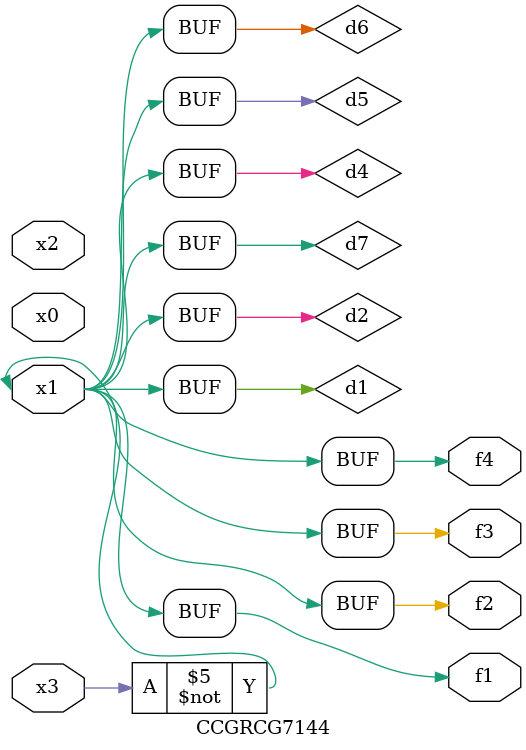
<source format=v>
module CCGRCG7144(
	input x0, x1, x2, x3,
	output f1, f2, f3, f4
);

	wire d1, d2, d3, d4, d5, d6, d7;

	not (d1, x3);
	buf (d2, x1);
	xnor (d3, d1, d2);
	nor (d4, d1);
	buf (d5, d1, d2);
	buf (d6, d4, d5);
	nand (d7, d4);
	assign f1 = d6;
	assign f2 = d7;
	assign f3 = d6;
	assign f4 = d6;
endmodule

</source>
